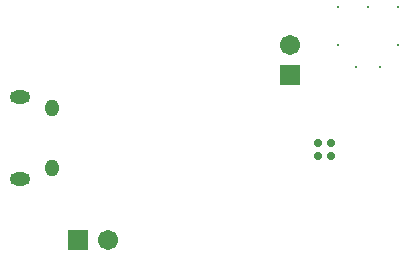
<source format=gbs>
%FSTAX23Y23*%
%MOIN*%
%SFA1B1*%

%IPPOS*%
%ADD62O,0.045401X0.057212*%
%ADD63O,0.069023X0.043433*%
%ADD64R,0.067055X0.067055*%
%ADD65C,0.067055*%
%ADD66R,0.067055X0.067055*%
%ADD67C,0.008000*%
%ADD68C,0.027685*%
%LNcore_prototype_1-1*%
%LPD*%
G54D62*
X03568Y02981D03*
Y03178D03*
G54D63*
X03461Y02942D03*
Y03217D03*
G54D64*
X0436Y0329D03*
G54D65*
X0436Y0339D03*
X03755Y0274D03*
G54D66*
X03655Y0274D03*
G54D67*
X0452Y0339D03*
Y03515D03*
X0472Y0339D03*
Y03515D03*
X0462D03*
X0466Y03315D03*
X0458D03*
G54D68*
X04453Y03064D03*
X04496D03*
X04453Y03021D03*
X04496D03*
M02*
</source>
